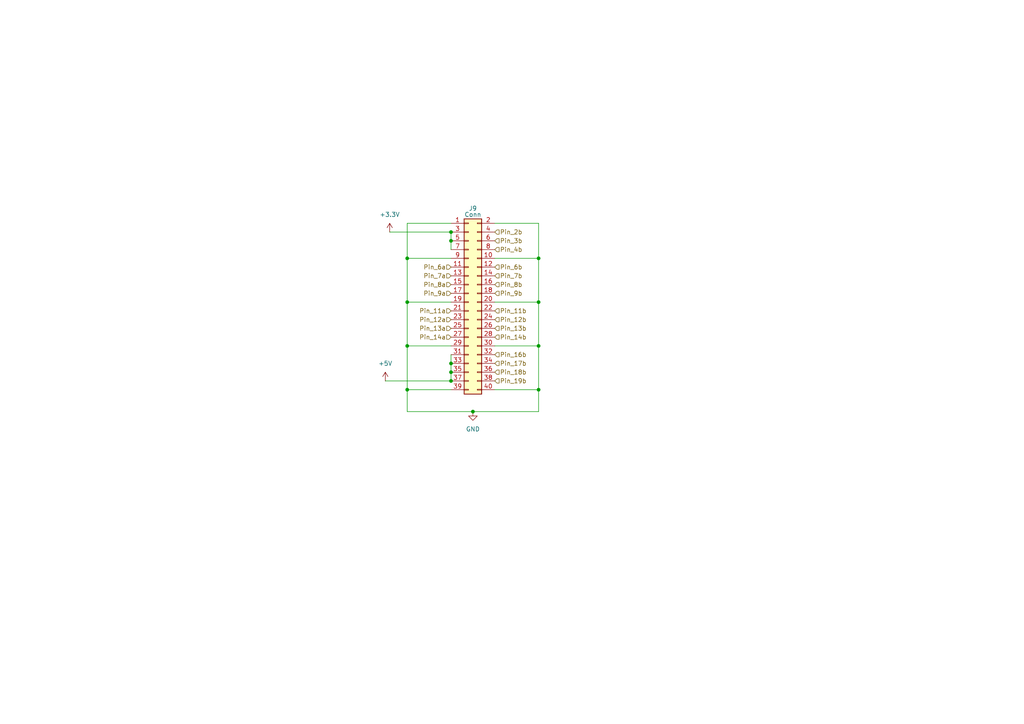
<source format=kicad_sch>
(kicad_sch (version 20250114) (generator "eeschema") (generator_version "9.0")
  (paper "A4")
  (lib_symbols
    (symbol "Connector_Generic:Conn_02x20_Odd_Even" (pin_names (offset 1.016) (hide yes))
      (property "Reference" "J" (at 1.27 25.4 0))
      (property "Value" "Conn_02x20_Odd_Even" (at 1.27 -27.94 0))
      (symbol "Conn_02x20_Odd_Even_1_1"
        (rectangle (start -1.27 24.13) (end 3.81 -26.67) (stroke (width 0.254)) (fill (type background)))
        (rectangle (start -1.27 22.987) (end 0 22.733) (stroke (width 0.1524)))
        (rectangle (start -1.27 20.447) (end 0 20.193) (stroke (width 0.1524)))
        (rectangle (start -1.27 17.907) (end 0 17.653) (stroke (width 0.1524)))
        (rectangle (start -1.27 15.367) (end 0 15.113) (stroke (width 0.1524)))
        (rectangle (start -1.27 12.827) (end 0 12.573) (stroke (width 0.1524)))
        (rectangle (start -1.27 10.287) (end 0 10.033) (stroke (width 0.1524)))
        (rectangle (start -1.27 7.747) (end 0 7.493) (stroke (width 0.1524)))
        (rectangle (start -1.27 5.207) (end 0 4.953) (stroke (width 0.1524)))
        (rectangle (start -1.27 2.667) (end 0 2.413) (stroke (width 0.1524)))
        (rectangle (start -1.27 0.127) (end 0 -0.127) (stroke (width 0.1524)))
        (rectangle (start -1.27 -2.413) (end 0 -2.667) (stroke (width 0.1524)))
        (rectangle (start -1.27 -4.953) (end 0 -5.207) (stroke (width 0.1524)))
        (rectangle (start -1.27 -7.493) (end 0 -7.747) (stroke (width 0.1524)))
        (rectangle (start -1.27 -10.033) (end 0 -10.287) (stroke (width 0.1524)))
        (rectangle (start -1.27 -12.573) (end 0 -12.827) (stroke (width 0.1524)))
        (rectangle (start -1.27 -15.113) (end 0 -15.367) (stroke (width 0.1524)))
        (rectangle (start -1.27 -17.653) (end 0 -17.907) (stroke (width 0.1524)))
        (rectangle (start -1.27 -20.193) (end 0 -20.447) (stroke (width 0.1524)))
        (rectangle (start -1.27 -22.733) (end 0 -22.987) (stroke (width 0.1524)))
        (rectangle (start -1.27 -25.273) (end 0 -25.527) (stroke (width 0.1524)))
        (rectangle (start 3.81 22.987) (end 2.54 22.733) (stroke (width 0.1524)))
        (rectangle (start 3.81 20.447) (end 2.54 20.193) (stroke (width 0.1524)))
        (rectangle (start 3.81 17.907) (end 2.54 17.653) (stroke (width 0.1524)))
        (rectangle (start 3.81 15.367) (end 2.54 15.113) (stroke (width 0.1524)))
        (rectangle (start 3.81 12.827) (end 2.54 12.573) (stroke (width 0.1524)))
        (rectangle (start 3.81 10.287) (end 2.54 10.033) (stroke (width 0.1524)))
        (rectangle (start 3.81 7.747) (end 2.54 7.493) (stroke (width 0.1524)))
        (rectangle (start 3.81 5.207) (end 2.54 4.953) (stroke (width 0.1524)))
        (rectangle (start 3.81 2.667) (end 2.54 2.413) (stroke (width 0.1524)))
        (rectangle (start 3.81 0.127) (end 2.54 -0.127) (stroke (width 0.1524)))
        (rectangle (start 3.81 -2.413) (end 2.54 -2.667) (stroke (width 0.1524)))
        (rectangle (start 3.81 -4.953) (end 2.54 -5.207) (stroke (width 0.1524)))
        (rectangle (start 3.81 -7.493) (end 2.54 -7.747) (stroke (width 0.1524)))
        (rectangle (start 3.81 -10.033) (end 2.54 -10.287) (stroke (width 0.1524)))
        (rectangle (start 3.81 -12.573) (end 2.54 -12.827) (stroke (width 0.1524)))
        (rectangle (start 3.81 -15.113) (end 2.54 -15.367) (stroke (width 0.1524)))
        (rectangle (start 3.81 -17.653) (end 2.54 -17.907) (stroke (width 0.1524)))
        (rectangle (start 3.81 -20.193) (end 2.54 -20.447) (stroke (width 0.1524)))
        (rectangle (start 3.81 -22.733) (end 2.54 -22.987) (stroke (width 0.1524)))
        (rectangle (start 3.81 -25.273) (end 2.54 -25.527) (stroke (width 0.1524)))
        (pin passive line (at -5.08 22.86 0) (length 3.81) (name "Pin_1") (number "1"))
        (pin passive line (at -5.08 20.32 0) (length 3.81) (name "Pin_3") (number "3"))
        (pin passive line (at -5.08 17.78 0) (length 3.81) (name "Pin_5") (number "5"))
        (pin passive line (at -5.08 15.24 0) (length 3.81) (name "Pin_7") (number "7"))
        (pin passive line (at -5.08 12.7 0) (length 3.81) (name "Pin_9") (number "9"))
        (pin passive line (at -5.08 10.16 0) (length 3.81) (name "Pin_11") (number "11"))
        (pin passive line (at -5.08 7.62 0) (length 3.81) (name "Pin_13") (number "13"))
        (pin passive line (at -5.08 5.08 0) (length 3.81) (name "Pin_15") (number "15"))
        (pin passive line (at -5.08 2.54 0) (length 3.81) (name "Pin_17") (number "17"))
        (pin passive line (at -5.08 0 0) (length 3.81) (name "Pin_19") (number "19"))
        (pin passive line (at -5.08 -2.54 0) (length 3.81) (name "Pin_21") (number "21"))
        (pin passive line (at -5.08 -5.08 0) (length 3.81) (name "Pin_23") (number "23"))
        (pin passive line (at -5.08 -7.62 0) (length 3.81) (name "Pin_25") (number "25"))
        (pin passive line (at -5.08 -10.16 0) (length 3.81) (name "Pin_27") (number "27"))
        (pin passive line (at -5.08 -12.7 0) (length 3.81) (name "Pin_29") (number "29"))
        (pin passive line (at -5.08 -15.24 0) (length 3.81) (name "Pin_31") (number "31"))
        (pin passive line (at -5.08 -17.78 0) (length 3.81) (name "Pin_33") (number "33"))
        (pin passive line (at -5.08 -20.32 0) (length 3.81) (name "Pin_35") (number "35"))
        (pin passive line (at -5.08 -22.86 0) (length 3.81) (name "Pin_37") (number "37"))
        (pin passive line (at -5.08 -25.4 0) (length 3.81) (name "Pin_39") (number "39"))
        (pin passive line (at 7.62 22.86 180) (length 3.81) (name "Pin_2") (number "2"))
        (pin passive line (at 7.62 20.32 180) (length 3.81) (name "Pin_4") (number "4"))
        (pin passive line (at 7.62 17.78 180) (length 3.81) (name "Pin_6") (number "6"))
        (pin passive line (at 7.62 15.24 180) (length 3.81) (name "Pin_8") (number "8"))
        (pin passive line (at 7.62 12.7 180) (length 3.81) (name "Pin_10") (number "10"))
        (pin passive line (at 7.62 10.16 180) (length 3.81) (name "Pin_12") (number "12"))
        (pin passive line (at 7.62 7.62 180) (length 3.81) (name "Pin_14") (number "14"))
        (pin passive line (at 7.62 5.08 180) (length 3.81) (name "Pin_16") (number "16"))
        (pin passive line (at 7.62 2.54 180) (length 3.81) (name "Pin_18") (number "18"))
        (pin passive line (at 7.62 0 180) (length 3.81) (name "Pin_20") (number "20"))
        (pin passive line (at 7.62 -2.54 180) (length 3.81) (name "Pin_22") (number "22"))
        (pin passive line (at 7.62 -5.08 180) (length 3.81) (name "Pin_24") (number "24"))
        (pin passive line (at 7.62 -7.62 180) (length 3.81) (name "Pin_26") (number "26"))
        (pin passive line (at 7.62 -10.16 180) (length 3.81) (name "Pin_28") (number "28"))
        (pin passive line (at 7.62 -12.7 180) (length 3.81) (name "Pin_30") (number "30"))
        (pin passive line (at 7.62 -15.24 180) (length 3.81) (name "Pin_32") (number "32"))
        (pin passive line (at 7.62 -17.78 180) (length 3.81) (name "Pin_34") (number "34"))
        (pin passive line (at 7.62 -20.32 180) (length 3.81) (name "Pin_36") (number "36"))
        (pin passive line (at 7.62 -22.86 180) (length 3.81) (name "Pin_38") (number "38"))
        (pin passive line (at 7.62 -25.4 180) (length 3.81) (name "Pin_40") (number "40"))
      )
    )
    (symbol "power:+3.3V" (power) (pin_numbers (hide yes)) (pin_names (offset 0) (hide yes))
      (property "Value" "+3.3V" (at 0 3.556 0))
      (symbol "+3.3V_0_1"
        (polyline (pts (xy -0.762 1.27) (xy 0 2.54)))
        (polyline (pts (xy 0 2.54) (xy 0.762 1.27)))
        (polyline (pts (xy 0 0) (xy 0 2.54)))
      )
      (symbol "+3.3V_1_1"
        (pin power_in line (at 0 0 90) (length 0) (name "~") (number "1"))
      )
    )
    (symbol "power:+5V" (power) (pin_numbers (hide yes)) (pin_names (offset 0) (hide yes))
      (property "Value" "+5V" (at 0 3.556 0))
      (symbol "+5V_0_1"
        (polyline (pts (xy -0.762 1.27) (xy 0 2.54)))
        (polyline (pts (xy 0 2.54) (xy 0.762 1.27)))
        (polyline (pts (xy 0 0) (xy 0 2.54)))
      )
      (symbol "+5V_1_1"
        (pin power_in line (at 0 0 90) (length 0) (name "~") (number "1"))
      )
    )
    (symbol "power:GND" (power) (pin_numbers (hide yes)) (pin_names (offset 0) (hide yes))
      (property "Value" "GND" (at 0 -3.81 0))
      (symbol "GND_0_1"
        (polyline (pts (xy 0 0) (xy 0 -1.27) (xy 1.27 -1.27) (xy 0 -2.54) (xy -1.27 -1.27) (xy 0 -1.27)))
      )
      (symbol "GND_1_1"
        (pin power_in line (at 0 0 270) (length 0) (name "~") (number "1"))
      )
    )
  )
  (junction (at 156.21 87.63))
  (junction (at 137.16 119.38))
  (junction (at 130.81 110.49))
  (junction (at 130.81 105.41))
  (junction (at 118.11 87.63))
  (junction (at 156.21 74.93))
  (junction (at 118.11 100.33))
  (junction (at 118.11 113.03))
  (junction (at 118.11 74.93))
  (junction (at 156.21 100.33))
  (junction (at 156.21 113.03))
  (junction (at 130.81 107.95))
  (junction (at 130.81 69.85))
  (junction (at 130.81 67.31))
  (wire (pts (xy 118.11 100.33) (xy 130.81 100.33)))
  (wire (pts (xy 130.81 69.85) (xy 130.81 72.39)))
  (wire (pts (xy 130.81 105.41) (xy 130.81 107.95)))
  (wire (pts (xy 118.11 74.93) (xy 130.81 74.93)))
  (wire (pts (xy 118.11 113.03) (xy 130.81 113.03)))
  (wire (pts (xy 156.21 100.33) (xy 156.21 113.03)))
  (wire (pts (xy 118.11 74.93) (xy 118.11 87.63)))
  (wire (pts (xy 137.16 119.38) (xy 156.21 119.38)))
  (wire (pts (xy 118.11 100.33) (xy 118.11 113.03)))
  (wire (pts (xy 156.21 87.63) (xy 143.51 87.63)))
  (wire (pts (xy 113.03 67.31) (xy 130.81 67.31)))
  (wire (pts (xy 118.11 64.77) (xy 118.11 74.93)))
  (wire (pts (xy 156.21 113.03) (xy 143.51 113.03)))
  (wire (pts (xy 130.81 107.95) (xy 130.81 110.49)))
  (wire (pts (xy 118.11 87.63) (xy 130.81 87.63)))
  (wire (pts (xy 130.81 67.31) (xy 130.81 69.85)))
  (wire (pts (xy 156.21 100.33) (xy 143.51 100.33)))
  (wire (pts (xy 156.21 64.77) (xy 143.51 64.77)))
  (wire (pts (xy 118.11 64.77) (xy 130.81 64.77)))
  (wire (pts (xy 118.11 113.03) (xy 118.11 119.38)))
  (wire (pts (xy 156.21 74.93) (xy 143.51 74.93)))
  (wire (pts (xy 156.21 87.63) (xy 156.21 100.33)))
  (wire (pts (xy 118.11 87.63) (xy 118.11 100.33)))
  (wire (pts (xy 130.81 110.49) (xy 111.76 110.49)))
  (wire (pts (xy 156.21 74.93) (xy 156.21 87.63)))
  (wire (pts (xy 156.21 64.77) (xy 156.21 74.93)))
  (wire (pts (xy 156.21 113.03) (xy 156.21 119.38)))
  (wire (pts (xy 118.11 119.38) (xy 137.16 119.38)))
  (wire (pts (xy 130.81 102.87) (xy 130.81 105.41)))
  (hierarchical_label "Pin_16b" (shape input) (at 143.51 102.87 0))
  (hierarchical_label "Pin_4b" (shape input) (at 143.51 72.39 0))
  (hierarchical_label "Pin_7a" (shape input) (at 130.81 80.01 180))
  (hierarchical_label "Pin_3b" (shape input) (at 143.51 69.85 0))
  (hierarchical_label "Pin_9a" (shape input) (at 130.81 85.09 180))
  (hierarchical_label "Pin_14b" (shape input) (at 143.51 97.79 0))
  (hierarchical_label "Pin_12b" (shape input) (at 143.51 92.71 0))
  (hierarchical_label "Pin_17b" (shape input) (at 143.51 105.41 0))
  (hierarchical_label "Pin_11a" (shape input) (at 130.81 90.17 180))
  (hierarchical_label "Pin_19b" (shape input) (at 143.51 110.49 0))
  (hierarchical_label "Pin_8a" (shape input) (at 130.81 82.55 180))
  (hierarchical_label "Pin_6a" (shape input) (at 130.81 77.47 180))
  (hierarchical_label "Pin_13a" (shape input) (at 130.81 95.25 180))
  (hierarchical_label "Pin_7b" (shape input) (at 143.51 80.01 0))
  (hierarchical_label "Pin_11b" (shape input) (at 143.51 90.17 0))
  (hierarchical_label "Pin_9b" (shape input) (at 143.51 85.09 0))
  (hierarchical_label "Pin_2b" (shape input) (at 143.51 67.31 0))
  (hierarchical_label "Pin_6b" (shape input) (at 143.51 77.47 0))
  (hierarchical_label "Pin_14a" (shape input) (at 130.81 97.79 180))
  (hierarchical_label "Pin_18b" (shape input) (at 143.51 107.95 0))
  (hierarchical_label "Pin_8b" (shape input) (at 143.51 82.55 0))
  (hierarchical_label "Pin_13b" (shape input) (at 143.51 95.25 0))
  (hierarchical_label "Pin_12a" (shape input) (at 130.81 92.71 180))
  (symbol (lib_id "power:+3.3V") (at 113.03 67.31 0) (unit 1)
    (property "Reference" "#PWR036" (effects (hide yes)))
    (property "Value" "+3.3V" (at 113.03 62.23 0))
    (property "Description" "Power symbol creates a global label with name \"+3.3V\"" (effects (hide yes)))
  )
  (symbol (lib_id "Connector_Generic:Conn_02x20_Odd_Even") (at 135.89 87.63 0) (unit 1)
    (property "Reference" "J9" (at 137.16 60.452 0))
    (property "Value" "Conn" (at 137.16 62.23 0))
    (property "Footprint" "Connector_PinHeader_2.00mm:PinHeader_2x20_P2.00mm_Vertical_SMD" (effects (hide yes)))
    (property "Description" "Generic connector, double row, 02x20, odd/even pin numbering scheme (row 1 odd numbers, row 2 even numbers), script generated (kicad-library-utils/schlib/autogen/connector/)" (effects (hide yes)))
  )
  (symbol (lib_id "power:GND") (at 137.16 119.38 0) (unit 1)
    (property "Reference" "#PWR037" (effects (hide yes)))
    (property "Value" "GND" (at 137.16 124.46 0))
    (property "Description" "Power symbol creates a global label with name \"GND\" , ground" (effects (hide yes)))
  )
  (symbol (lib_id "power:+5V") (at 111.76 110.49 0) (mirror y) (unit 1)
    (property "Reference" "#PWR038" (effects (hide yes)))
    (property "Value" "+5V" (at 111.76 105.41 0))
    (property "Description" "Power symbol creates a global label with name \"+5V\"" (effects (hide yes)))
  )
)
</source>
